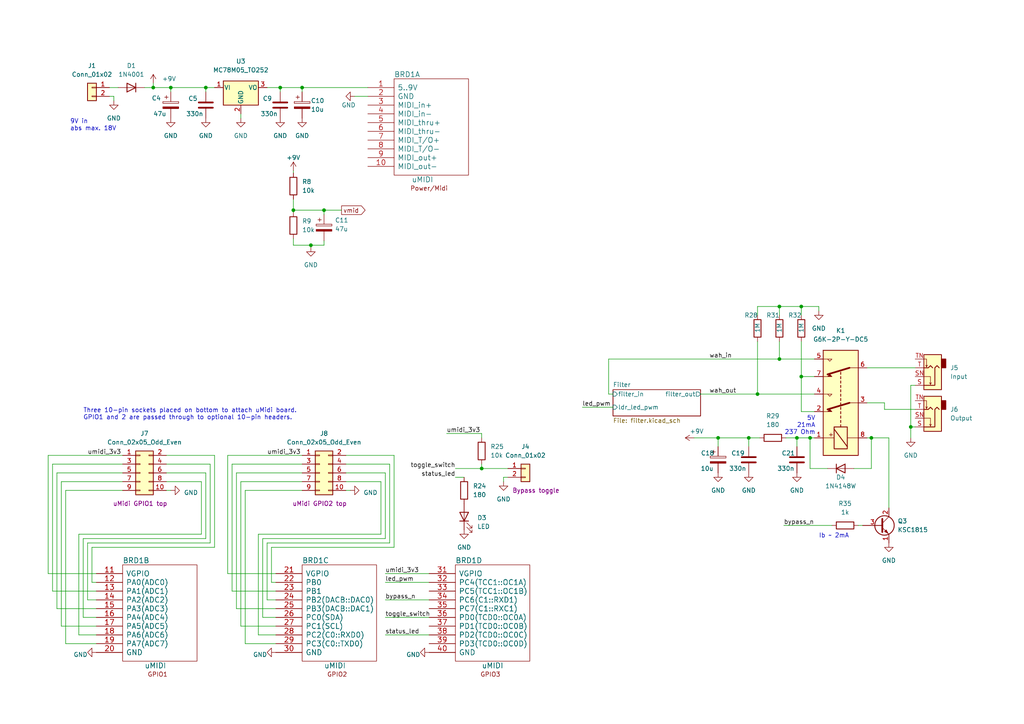
<source format=kicad_sch>
(kicad_sch (version 20230121) (generator eeschema)
  (paper "A4")
  (lib_symbols
    (symbol "Connector:AudioJack2_Switch"
      (property "Reference" "J" (at 0 11.43 0))
      (property "Value" "AudioJack2_Switch" (at 0 8.89 0))
      (symbol "AudioJack2_Switch_0_1"
        (rectangle (start -2.54 0) (end -3.81 -2.54) (stroke (width 0.254)) (fill (type outline)))
        (rectangle (start 2.54 6.35) (end -2.54 -3.81) (stroke (width 0.254)) (fill (type background)))
      )
      (symbol "AudioJack2_Switch_1_1"
        (polyline (pts (xy 0.635 4.826) (xy 0.889 4.318)))
        (polyline (pts (xy 1.778 -0.254) (xy 2.032 -0.762)))
        (polyline (pts (xy 0 0) (xy 0.635 -0.635) (xy 1.27 0) (xy 2.54 0)) (stroke (width 0.254)))
        (polyline (pts (xy 2.54 -2.54) (xy 1.778 -2.54) (xy 1.778 -0.254) (xy 1.524 -0.762)))
        (polyline (pts (xy 2.54 2.54) (xy 0.635 2.54) (xy 0.635 4.826) (xy 0.381 4.318)))
        (polyline (pts (xy 2.54 5.08) (xy -0.635 5.08) (xy -0.635 0) (xy -1.27 -0.635) (xy -1.905 0)) (stroke (width 0.254)))
        (pin passive line (at 5.08 5.08 180) (length 2.54) (name "~") (number "S"))
        (pin passive line (at 5.08 2.54 180) (length 2.54) (name "~") (number "SN"))
        (pin passive line (at 5.08 0 180) (length 2.54) (name "~") (number "T"))
        (pin passive line (at 5.08 -2.54 180) (length 2.54) (name "~") (number "TN"))
      )
    )
    (symbol "Connector_Generic:Conn_01x02" (pin_names (offset 1.016) hide)
      (property "Reference" "J" (at 0 2.54 0))
      (property "Value" "Conn_01x02" (at 0 -5.08 0))
      (symbol "Conn_01x02_1_1"
        (rectangle (start -1.27 -2.413) (end 0 -2.667) (stroke (width 0.1524)))
        (rectangle (start -1.27 0.127) (end 0 -0.127) (stroke (width 0.1524)))
        (rectangle (start -1.27 1.27) (end 1.27 -3.81) (stroke (width 0.254)) (fill (type background)))
        (pin passive line (at -5.08 0 0) (length 3.81) (name "Pin_1") (number "1"))
        (pin passive line (at -5.08 -2.54 0) (length 3.81) (name "Pin_2") (number "2"))
      )
    )
    (symbol "Connector_Generic:Conn_02x05_Odd_Even" (pin_names (offset 1.016) hide)
      (property "Reference" "J" (at 1.27 7.62 0))
      (property "Value" "Conn_02x05_Odd_Even" (at 1.27 -7.62 0))
      (symbol "Conn_02x05_Odd_Even_1_1"
        (rectangle (start -1.27 -4.953) (end 0 -5.207) (stroke (width 0.1524)))
        (rectangle (start -1.27 -2.413) (end 0 -2.667) (stroke (width 0.1524)))
        (rectangle (start -1.27 0.127) (end 0 -0.127) (stroke (width 0.1524)))
        (rectangle (start -1.27 2.667) (end 0 2.413) (stroke (width 0.1524)))
        (rectangle (start -1.27 5.207) (end 0 4.953) (stroke (width 0.1524)))
        (rectangle (start -1.27 6.35) (end 3.81 -6.35) (stroke (width 0.254)) (fill (type background)))
        (rectangle (start 3.81 -4.953) (end 2.54 -5.207) (stroke (width 0.1524)))
        (rectangle (start 3.81 -2.413) (end 2.54 -2.667) (stroke (width 0.1524)))
        (rectangle (start 3.81 0.127) (end 2.54 -0.127) (stroke (width 0.1524)))
        (rectangle (start 3.81 2.667) (end 2.54 2.413) (stroke (width 0.1524)))
        (rectangle (start 3.81 5.207) (end 2.54 4.953) (stroke (width 0.1524)))
        (pin passive line (at -5.08 5.08 0) (length 3.81) (name "Pin_1") (number "1"))
        (pin passive line (at 7.62 -5.08 180) (length 3.81) (name "Pin_10") (number "10"))
        (pin passive line (at 7.62 5.08 180) (length 3.81) (name "Pin_2") (number "2"))
        (pin passive line (at -5.08 2.54 0) (length 3.81) (name "Pin_3") (number "3"))
        (pin passive line (at 7.62 2.54 180) (length 3.81) (name "Pin_4") (number "4"))
        (pin passive line (at -5.08 0 0) (length 3.81) (name "Pin_5") (number "5"))
        (pin passive line (at 7.62 0 180) (length 3.81) (name "Pin_6") (number "6"))
        (pin passive line (at -5.08 -2.54 0) (length 3.81) (name "Pin_7") (number "7"))
        (pin passive line (at 7.62 -2.54 180) (length 3.81) (name "Pin_8") (number "8"))
        (pin passive line (at -5.08 -5.08 0) (length 3.81) (name "Pin_9") (number "9"))
      )
    )
    (symbol "Device:C" (pin_numbers hide) (pin_names (offset 0.254))
      (property "Reference" "C" (at 0.635 2.54 0))
      (property "Value" "C" (at 0.635 -2.54 0))
      (symbol "C_0_1"
        (polyline (pts (xy -2.032 -0.762) (xy 2.032 -0.762)) (stroke (width 0.508)))
        (polyline (pts (xy -2.032 0.762) (xy 2.032 0.762)) (stroke (width 0.508)))
      )
      (symbol "C_1_1"
        (pin passive line (at 0 3.81 270) (length 2.794) (name "~") (number "1"))
        (pin passive line (at 0 -3.81 90) (length 2.794) (name "~") (number "2"))
      )
    )
    (symbol "Device:C_Polarized" (pin_numbers hide) (pin_names (offset 0.254))
      (property "Reference" "C" (at 0.635 2.54 0))
      (property "Value" "C_Polarized" (at 0.635 -2.54 0))
      (symbol "C_Polarized_0_1"
        (rectangle (start -2.286 0.508) (end 2.286 1.016))
        (polyline (pts (xy -1.778 2.286) (xy -0.762 2.286)))
        (polyline (pts (xy -1.27 2.794) (xy -1.27 1.778)))
        (rectangle (start 2.286 -0.508) (end -2.286 -1.016) (fill (type outline)))
      )
      (symbol "C_Polarized_1_1"
        (pin passive line (at 0 3.81 270) (length 2.794) (name "~") (number "1"))
        (pin passive line (at 0 -3.81 90) (length 2.794) (name "~") (number "2"))
      )
    )
    (symbol "Device:LED" (pin_numbers hide) (pin_names (offset 1.016) hide)
      (property "Reference" "D" (at 0 2.54 0))
      (property "Value" "LED" (at 0 -2.54 0))
      (symbol "LED_0_1"
        (polyline (pts (xy -1.27 -1.27) (xy -1.27 1.27)) (stroke (width 0.254)))
        (polyline (pts (xy -1.27 0) (xy 1.27 0)))
        (polyline (pts (xy 1.27 -1.27) (xy 1.27 1.27) (xy -1.27 0) (xy 1.27 -1.27)) (stroke (width 0.254)))
        (polyline (pts (xy -3.048 -0.762) (xy -4.572 -2.286) (xy -3.81 -2.286) (xy -4.572 -2.286) (xy -4.572 -1.524)))
        (polyline (pts (xy -1.778 -0.762) (xy -3.302 -2.286) (xy -2.54 -2.286) (xy -3.302 -2.286) (xy -3.302 -1.524)))
      )
      (symbol "LED_1_1"
        (pin passive line (at -3.81 0 0) (length 2.54) (name "K") (number "1"))
        (pin passive line (at 3.81 0 180) (length 2.54) (name "A") (number "2"))
      )
    )
    (symbol "Device:Q_NPN_ECB" (pin_names (offset 0) hide)
      (property "Reference" "Q" (at 5.08 1.27 0))
      (property "Value" "Q_NPN_ECB" (at 5.08 -1.27 0))
      (symbol "Q_NPN_ECB_0_1"
        (polyline (pts (xy 0.635 0.635) (xy 2.54 2.54)))
        (polyline (pts (xy 0.635 -0.635) (xy 2.54 -2.54) (xy 2.54 -2.54)))
        (polyline (pts (xy 0.635 1.905) (xy 0.635 -1.905) (xy 0.635 -1.905)) (stroke (width 0.508)))
        (polyline (pts (xy 1.27 -1.778) (xy 1.778 -1.27) (xy 2.286 -2.286) (xy 1.27 -1.778) (xy 1.27 -1.778)) (fill (type outline)))
        (circle (center 1.27 0) (radius 2.8194) (stroke (width 0.254)))
      )
      (symbol "Q_NPN_ECB_1_1"
        (pin passive line (at 2.54 -5.08 90) (length 2.54) (name "E") (number "1"))
        (pin passive line (at 2.54 5.08 270) (length 2.54) (name "C") (number "2"))
        (pin passive line (at -5.08 0 0) (length 5.715) (name "B") (number "3"))
      )
    )
    (symbol "Device:R" (pin_numbers hide) (pin_names (offset 0))
      (property "Reference" "R" (at 2.032 0 90))
      (property "Value" "R" (at 0 0 90))
      (symbol "R_0_1"
        (rectangle (start -1.016 -2.54) (end 1.016 2.54) (stroke (width 0.254)))
      )
      (symbol "R_1_1"
        (pin passive line (at 0 3.81 270) (length 1.27) (name "~") (number "1"))
        (pin passive line (at 0 -3.81 90) (length 1.27) (name "~") (number "2"))
      )
    )
    (symbol "Diode:1N4001" (pin_numbers hide) (pin_names hide)
      (property "Reference" "D" (at 0 2.54 0))
      (property "Value" "1N4001" (at 0 -2.54 0))
      (symbol "1N4001_0_1"
        (polyline (pts (xy -1.27 1.27) (xy -1.27 -1.27)) (stroke (width 0.254)))
        (polyline (pts (xy 1.27 0) (xy -1.27 0)))
        (polyline (pts (xy 1.27 1.27) (xy 1.27 -1.27) (xy -1.27 0) (xy 1.27 1.27)) (stroke (width 0.254)))
      )
      (symbol "1N4001_1_1"
        (pin passive line (at -3.81 0 0) (length 2.54) (name "K") (number "1"))
        (pin passive line (at 3.81 0 180) (length 2.54) (name "A") (number "2"))
      )
    )
    (symbol "Diode:1N4148W" (pin_numbers hide) (pin_names hide)
      (property "Reference" "D" (at 0 2.54 0))
      (property "Value" "1N4148W" (at 0 -2.54 0))
      (symbol "1N4148W_0_1"
        (polyline (pts (xy -1.27 1.27) (xy -1.27 -1.27)) (stroke (width 0.254)))
        (polyline (pts (xy 1.27 0) (xy -1.27 0)))
        (polyline (pts (xy 1.27 1.27) (xy 1.27 -1.27) (xy -1.27 0) (xy 1.27 1.27)) (stroke (width 0.254)))
      )
      (symbol "1N4148W_1_1"
        (pin passive line (at -3.81 0 0) (length 2.54) (name "K") (number "1"))
        (pin passive line (at 3.81 0 180) (length 2.54) (name "A") (number "2"))
      )
    )
    (symbol "Regulator_Linear:MC78M05_TO252" (pin_names (offset 0.254))
      (property "Reference" "U" (at -3.81 3.175 0))
      (property "Value" "MC78M05_TO252" (at 0 3.175 0))
      (symbol "MC78M05_TO252_0_1"
        (rectangle (start -5.08 1.905) (end 5.08 -5.08) (stroke (width 0.254)) (fill (type background)))
      )
      (symbol "MC78M05_TO252_1_1"
        (pin power_in line (at -7.62 0 0) (length 2.54) (name "VI") (number "1"))
        (pin power_in line (at 0 -7.62 90) (length 2.54) (name "GND") (number "2"))
        (pin power_out line (at 7.62 0 180) (length 2.54) (name "VO") (number "3"))
      )
    )
    (symbol "Relay:G6K-2"
      (property "Reference" "K" (at 16.51 3.81 0))
      (property "Value" "G6K-2" (at 16.51 1.27 0))
      (symbol "G6K-2_0_0"
        (text "+" (at -9.271 2.921 0) (effects (font (size 1.27 1.27))))
      )
      (symbol "G6K-2_0_1"
        (rectangle (start -15.24 5.08) (end 15.24 -5.08) (stroke (width 0.254)) (fill (type background)))
        (rectangle (start -13.335 1.905) (end -6.985 -1.905) (stroke (width 0.254)))
        (polyline (pts (xy -12.7 -1.905) (xy -7.62 1.905)) (stroke (width 0.254)))
        (polyline (pts (xy -10.16 -5.08) (xy -10.16 -1.905)))
        (polyline (pts (xy -10.16 5.08) (xy -10.16 1.905)))
        (polyline (pts (xy -6.985 0) (xy -6.35 0)) (stroke (width 0.254)))
        (polyline (pts (xy -5.715 0) (xy -5.08 0)) (stroke (width 0.254)))
        (polyline (pts (xy -4.445 0) (xy -3.81 0)) (stroke (width 0.254)))
        (polyline (pts (xy -3.175 0) (xy -2.54 0)) (stroke (width 0.254)))
        (polyline (pts (xy -1.905 0) (xy -1.27 0)) (stroke (width 0.254)))
        (polyline (pts (xy -0.635 0) (xy 0 0)) (stroke (width 0.254)))
        (polyline (pts (xy 0 -2.54) (xy -1.905 3.81)) (stroke (width 0.508)))
        (polyline (pts (xy 0 -2.54) (xy 0 -5.08)))
        (polyline (pts (xy 0.635 0) (xy 1.27 0)) (stroke (width 0.254)))
        (polyline (pts (xy 1.905 0) (xy 2.54 0)) (stroke (width 0.254)))
        (polyline (pts (xy 3.175 0) (xy 3.81 0)) (stroke (width 0.254)))
        (polyline (pts (xy 4.445 0) (xy 5.08 0)) (stroke (width 0.254)))
        (polyline (pts (xy 5.715 0) (xy 6.35 0)) (stroke (width 0.254)))
        (polyline (pts (xy 6.985 0) (xy 7.62 0)) (stroke (width 0.254)))
        (polyline (pts (xy 8.255 0) (xy 8.89 0)) (stroke (width 0.254)))
        (polyline (pts (xy 10.16 -2.54) (xy 8.255 3.81)) (stroke (width 0.508)))
        (polyline (pts (xy 10.16 -2.54) (xy 10.16 -5.08)))
        (polyline (pts (xy -2.54 5.08) (xy -2.54 2.54) (xy -1.905 3.175) (xy -2.54 3.81)) (fill (type outline)))
        (polyline (pts (xy 2.54 5.08) (xy 2.54 2.54) (xy 1.905 3.175) (xy 2.54 3.81)))
        (polyline (pts (xy 7.62 5.08) (xy 7.62 2.54) (xy 8.255 3.175) (xy 7.62 3.81)) (fill (type outline)))
        (polyline (pts (xy 12.7 5.08) (xy 12.7 2.54) (xy 12.065 3.175) (xy 12.7 3.81)))
      )
      (symbol "G6K-2_1_1"
        (pin passive line (at -10.16 7.62 270) (length 2.54) (name "~") (number "1"))
        (pin passive line (at -2.54 7.62 270) (length 2.54) (name "~") (number "2"))
        (pin passive line (at 0 -7.62 90) (length 2.54) (name "~") (number "3"))
        (pin passive line (at 2.54 7.62 270) (length 2.54) (name "~") (number "4"))
        (pin passive line (at 12.7 7.62 270) (length 2.54) (name "~") (number "5"))
        (pin passive line (at 10.16 -7.62 90) (length 2.54) (name "~") (number "6"))
        (pin passive line (at 7.62 7.62 270) (length 2.54) (name "~") (number "7"))
        (pin passive line (at -10.16 -7.62 90) (length 2.54) (name "~") (number "8"))
      )
    )
    (symbol "power:+9V" (power) (pin_names (offset 0))
      (property "Value" "+9V" (at 0 3.556 0))
      (symbol "+9V_0_1"
        (polyline (pts (xy -0.762 1.27) (xy 0 2.54)))
        (polyline (pts (xy 0 0) (xy 0 2.54)))
        (polyline (pts (xy 0 2.54) (xy 0.762 1.27)))
      )
      (symbol "+9V_1_1"
        (pin power_in line (at 0 0 90) (length 0) hide (name "+9V") (number "1"))
      )
    )
    (symbol "power:GND" (power) (pin_names (offset 0))
      (property "Value" "GND" (at 0 -3.81 0))
      (symbol "GND_0_1"
        (polyline (pts (xy 0 0) (xy 0 -1.27) (xy 1.27 -1.27) (xy 0 -2.54) (xy -1.27 -1.27) (xy 0 -1.27)))
      )
      (symbol "GND_1_1"
        (pin power_in line (at 0 0 270) (length 0) hide (name "GND") (number "1"))
      )
    )
    (symbol "umidi-wah:uMIDI" (pin_names (offset 1.016))
      (property "Reference" "BRD" (at 0 -15.24 0))
      (property "Value" "uMIDI" (at 0 15.24 0))
      (symbol "uMIDI_0_1"
        (rectangle (start -10.16 13.97) (end 11.43 -13.97))
      )
      (symbol "uMIDI_1_1"
        (text "Power/Midi" (at 0 -17.78 0) (effects (font (size 1.27 1.27))))
        (pin power_in line (at -17.78 11.43 0) (length 7.62) (name "5..9V") (number "1"))
        (pin input line (at -17.78 -11.43 0) (length 7.62) (name "MIDI_out-") (number "10"))
        (pin power_in line (at -17.78 8.89 0) (length 7.62) (name "GND") (number "2"))
        (pin input line (at -17.78 6.35 0) (length 7.62) (name "MIDI_in+") (number "3"))
        (pin output line (at -17.78 3.81 0) (length 7.62) (name "MIDI_in-") (number "4"))
        (pin output line (at -17.78 1.27 0) (length 7.62) (name "MIDI_thru+") (number "5"))
        (pin input line (at -17.78 -1.27 0) (length 7.62) (name "MIDI_thru-") (number "6"))
        (pin output line (at -17.78 -3.81 0) (length 7.62) (name "MIDI_T/O+") (number "7"))
        (pin input line (at -17.78 -6.35 0) (length 7.62) (name "MIDI_T/O-") (number "8"))
        (pin output line (at -17.78 -8.89 0) (length 7.62) (name "MIDI_out+") (number "9"))
      )
      (symbol "uMIDI_2_1"
        (text "GPIO1" (at 0 -17.78 0) (effects (font (size 1.27 1.27))))
        (pin power_out line (at -17.78 11.43 0) (length 7.62) (name "VGPIO") (number "11"))
        (pin bidirectional line (at -17.78 8.89 0) (length 7.62) (name "PA0(ADC0)") (number "12"))
        (pin bidirectional line (at -17.78 6.35 0) (length 7.62) (name "PA1(ADC1)") (number "13"))
        (pin bidirectional line (at -17.78 3.81 0) (length 7.62) (name "PA2(ADC2)") (number "14"))
        (pin bidirectional line (at -17.78 1.27 0) (length 7.62) (name "PA3(ADC3)") (number "15"))
        (pin bidirectional line (at -17.78 -1.27 0) (length 7.62) (name "PA4(ADC4)") (number "16"))
        (pin bidirectional line (at -17.78 -3.81 0) (length 7.62) (name "PA5(ADC5)") (number "17"))
        (pin bidirectional line (at -17.78 -6.35 0) (length 7.62) (name "PA6(ADC6)") (number "18"))
        (pin bidirectional line (at -17.78 -8.89 0) (length 7.62) (name "PA7(ADC7)") (number "19"))
        (pin power_out line (at -17.78 -11.43 0) (length 7.62) (name "GND") (number "20"))
      )
      (symbol "uMIDI_3_1"
        (text "GPIO2" (at 0 -17.78 0) (effects (font (size 1.27 1.27))))
        (pin power_out line (at -17.78 11.43 0) (length 7.62) (name "VGPIO") (number "21"))
        (pin bidirectional line (at -17.78 8.89 0) (length 7.62) (name "PB0") (number "22"))
        (pin bidirectional line (at -17.78 6.35 0) (length 7.62) (name "PB1") (number "23"))
        (pin bidirectional line (at -17.78 3.81 0) (length 7.62) (name "PB2(DACB::DAC0)") (number "24"))
        (pin bidirectional line (at -17.78 1.27 0) (length 7.62) (name "PB3(DACB::DAC1)") (number "25"))
        (pin bidirectional line (at -17.78 -1.27 0) (length 7.62) (name "PC0(SDA)") (number "26"))
        (pin bidirectional line (at -17.78 -3.81 0) (length 7.62) (name "PC1(SCL)") (number "27"))
        (pin bidirectional line (at -17.78 -6.35 0) (length 7.62) (name "PC2(C0::RXD0)") (number "28"))
        (pin bidirectional line (at -17.78 -8.89 0) (length 7.62) (name "PC3(C0::TXD0)") (number "29"))
        (pin power_out line (at -17.78 -11.43 0) (length 7.62) (name "GND") (number "30"))
      )
      (symbol "uMIDI_4_1"
        (text "GPIO3" (at 0 -17.78 0) (effects (font (size 1.27 1.27))))
        (pin power_out line (at -17.78 11.43 0) (length 7.62) (name "VGPIO") (number "31"))
        (pin bidirectional line (at -17.78 8.89 0) (length 7.62) (name "PC4(TCC1::OC1A)") (number "32"))
        (pin bidirectional line (at -17.78 6.35 0) (length 7.62) (name "PC5(TCC1::OC1B)") (number "33"))
        (pin bidirectional line (at -17.78 3.81 0) (length 7.62) (name "PC6(C1::RXD1)") (number "34"))
        (pin bidirectional line (at -17.78 1.27 0) (length 7.62) (name "PC7(C1::RXC1)") (number "35"))
        (pin bidirectional line (at -17.78 -1.27 0) (length 7.62) (name "PD0(TCD0::OC0A)") (number "36"))
        (pin bidirectional line (at -17.78 -3.81 0) (length 7.62) (name "PD1(TCD0::OC0B)") (number "37"))
        (pin bidirectional line (at -17.78 -6.35 0) (length 7.62) (name "PD2(TCD0::OC0C)") (number "38"))
        (pin bidirectional line (at -17.78 -8.89 0) (length 7.62) (name "PD3(TCD0::OC0D)") (number "39"))
        (pin power_out line (at -17.78 -11.43 0) (length 7.62) (name "GND") (number "40"))
      )
    )
  )
  (junction (at 87.63 25.4))
  (junction (at 217.17 127))
  (junction (at 226.06 104.14))
  (junction (at 90.17 71.12))
  (junction (at 81.28 25.4))
  (junction (at 49.53 25.4))
  (junction (at 44.45 25.4))
  (junction (at 85.09 60.96))
  (junction (at 139.7 135.89))
  (junction (at 93.98 60.96))
  (junction (at 252.73 127))
  (junction (at 231.14 127))
  (junction (at 264.16 123.825))
  (junction (at 226.06 88.9))
  (junction (at 232.41 88.9))
  (junction (at 232.41 109.22))
  (junction (at 208.28 127))
  (junction (at 219.71 114.3))
  (junction (at 59.69 25.4))
  (junction (at 234.95 127))
  (wire (pts (xy 111.76 184.15) (xy 124.46 184.15)))
  (wire (pts (xy 93.98 62.23) (xy 93.98 60.96)))
  (wire (pts (xy 69.85 33.02) (xy 69.85 34.29)))
  (wire (pts (xy 146.05 138.43) (xy 147.32 138.43)))
  (wire (pts (xy 22.86 154.94) (xy 58.42 154.94)))
  (wire (pts (xy 48.26 134.62) (xy 60.96 134.62)))
  (wire (pts (xy 252.73 127) (xy 251.46 127)))
  (wire (pts (xy 232.41 119.38) (xy 232.41 109.22)))
  (wire (pts (xy 87.63 134.62) (xy 67.31 134.62)))
  (wire (pts (xy 26.67 168.91) (xy 27.94 168.91)))
  (wire (pts (xy 101.6 142.24) (xy 100.33 142.24)))
  (wire (pts (xy 16.51 176.53) (xy 27.94 176.53)))
  (wire (pts (xy 219.71 91.44) (xy 219.71 88.9)))
  (wire (pts (xy 49.53 142.24) (xy 48.26 142.24)))
  (wire (pts (xy 265.43 118.745) (xy 256.54 118.745)))
  (wire (pts (xy 227.965 127) (xy 231.14 127)))
  (wire (pts (xy 49.53 25.4) (xy 49.53 26.67)))
  (wire (pts (xy 111.76 179.07) (xy 124.46 179.07)))
  (wire (pts (xy 111.76 137.16) (xy 111.76 156.21)))
  (wire (pts (xy 67.31 134.62) (xy 67.31 171.45)))
  (wire (pts (xy 66.04 132.08) (xy 87.63 132.08)))
  (wire (pts (xy 81.28 25.4) (xy 81.28 26.67)))
  (wire (pts (xy 111.76 156.21) (xy 76.2 156.21)))
  (wire (pts (xy 139.7 125.73) (xy 139.7 127)))
  (wire (pts (xy 26.67 158.75) (xy 26.67 168.91)))
  (wire (pts (xy 234.95 127) (xy 236.22 127)))
  (wire (pts (xy 22.86 184.15) (xy 22.86 154.94)))
  (wire (pts (xy 231.14 127) (xy 231.14 129.54)))
  (wire (pts (xy 85.09 69.215) (xy 85.09 71.12)))
  (wire (pts (xy 114.3 158.75) (xy 78.74 158.75)))
  (wire (pts (xy 19.05 186.69) (xy 27.94 186.69)))
  (wire (pts (xy 234.95 135.89) (xy 234.95 127)))
  (wire (pts (xy 87.63 142.24) (xy 71.12 142.24)))
  (wire (pts (xy 49.53 25.4) (xy 59.69 25.4)))
  (wire (pts (xy 252.73 127) (xy 252.73 135.89)))
  (wire (pts (xy 68.58 176.53) (xy 80.01 176.53)))
  (wire (pts (xy 77.47 157.48) (xy 77.47 173.99)))
  (wire (pts (xy 110.49 154.94) (xy 110.49 139.7)))
  (wire (pts (xy 100.33 137.16) (xy 111.76 137.16)))
  (wire (pts (xy 256.54 118.745) (xy 256.54 116.84)))
  (wire (pts (xy 231.14 127) (xy 234.95 127)))
  (wire (pts (xy 168.91 118.11) (xy 177.8 118.11)))
  (wire (pts (xy 110.49 139.7) (xy 100.33 139.7)))
  (wire (pts (xy 139.7 135.89) (xy 147.32 135.89)))
  (wire (pts (xy 87.63 137.16) (xy 68.58 137.16)))
  (wire (pts (xy 81.28 25.4) (xy 87.63 25.4)))
  (wire (pts (xy 129.54 125.73) (xy 139.7 125.73)))
  (wire (pts (xy 201.295 127) (xy 208.28 127)))
  (wire (pts (xy 203.2 114.3) (xy 219.71 114.3)))
  (wire (pts (xy 85.09 60.96) (xy 85.09 61.595)))
  (wire (pts (xy 85.09 57.785) (xy 85.09 60.96)))
  (wire (pts (xy 227.33 152.4) (xy 241.3 152.4)))
  (wire (pts (xy 208.28 127) (xy 208.28 129.54)))
  (wire (pts (xy 17.78 181.61) (xy 27.94 181.61)))
  (wire (pts (xy 176.53 114.3) (xy 177.8 114.3)))
  (wire (pts (xy 100.33 132.08) (xy 114.3 132.08)))
  (wire (pts (xy 74.93 154.94) (xy 110.49 154.94)))
  (wire (pts (xy 85.09 60.96) (xy 93.98 60.96)))
  (wire (pts (xy 16.51 137.16) (xy 16.51 176.53)))
  (wire (pts (xy 33.02 27.94) (xy 33.02 29.21)))
  (wire (pts (xy 139.7 134.62) (xy 139.7 135.89)))
  (wire (pts (xy 257.81 147.32) (xy 257.81 127)))
  (wire (pts (xy 59.69 25.4) (xy 59.69 26.67)))
  (wire (pts (xy 35.56 139.7) (xy 17.78 139.7)))
  (wire (pts (xy 237.49 88.9) (xy 237.49 90.17)))
  (wire (pts (xy 100.33 134.62) (xy 113.03 134.62)))
  (wire (pts (xy 48.26 137.16) (xy 59.69 137.16)))
  (wire (pts (xy 85.09 71.12) (xy 90.17 71.12)))
  (wire (pts (xy 24.13 156.21) (xy 24.13 179.07)))
  (wire (pts (xy 176.53 104.14) (xy 226.06 104.14)))
  (wire (pts (xy 248.92 152.4) (xy 250.19 152.4)))
  (wire (pts (xy 69.85 181.61) (xy 80.01 181.61)))
  (wire (pts (xy 132.08 138.43) (xy 134.62 138.43)))
  (wire (pts (xy 176.53 104.14) (xy 176.53 114.3)))
  (wire (pts (xy 264.16 111.76) (xy 264.16 123.825)))
  (wire (pts (xy 113.03 157.48) (xy 77.47 157.48)))
  (wire (pts (xy 35.56 137.16) (xy 16.51 137.16)))
  (wire (pts (xy 27.94 184.15) (xy 22.86 184.15)))
  (wire (pts (xy 247.65 135.89) (xy 252.73 135.89)))
  (wire (pts (xy 15.24 134.62) (xy 15.24 171.45)))
  (wire (pts (xy 58.42 139.7) (xy 48.26 139.7)))
  (wire (pts (xy 232.41 88.9) (xy 232.41 91.44)))
  (wire (pts (xy 208.28 127) (xy 217.17 127)))
  (wire (pts (xy 41.91 25.4) (xy 44.45 25.4)))
  (wire (pts (xy 59.69 137.16) (xy 59.69 156.21)))
  (wire (pts (xy 240.03 135.89) (xy 234.95 135.89)))
  (wire (pts (xy 87.63 25.4) (xy 106.68 25.4)))
  (wire (pts (xy 59.69 156.21) (xy 24.13 156.21)))
  (wire (pts (xy 226.06 99.06) (xy 226.06 104.14)))
  (wire (pts (xy 264.16 123.825) (xy 265.43 123.825)))
  (wire (pts (xy 226.06 104.14) (xy 236.22 104.14)))
  (wire (pts (xy 217.17 127) (xy 220.345 127)))
  (wire (pts (xy 60.96 134.62) (xy 60.96 157.48)))
  (wire (pts (xy 74.93 184.15) (xy 74.93 154.94)))
  (wire (pts (xy 132.08 135.89) (xy 139.7 135.89)))
  (wire (pts (xy 66.04 132.08) (xy 66.04 166.37)))
  (wire (pts (xy 69.85 139.7) (xy 69.85 181.61)))
  (wire (pts (xy 60.96 157.48) (xy 25.4 157.48)))
  (wire (pts (xy 68.58 137.16) (xy 68.58 176.53)))
  (wire (pts (xy 87.63 139.7) (xy 69.85 139.7)))
  (wire (pts (xy 19.05 142.24) (xy 19.05 186.69)))
  (wire (pts (xy 78.74 158.75) (xy 78.74 168.91)))
  (wire (pts (xy 44.45 25.4) (xy 49.53 25.4)))
  (wire (pts (xy 25.4 157.48) (xy 25.4 173.99)))
  (wire (pts (xy 13.97 132.08) (xy 35.56 132.08)))
  (wire (pts (xy 25.4 173.99) (xy 27.94 173.99)))
  (wire (pts (xy 265.43 111.76) (xy 264.16 111.76)))
  (wire (pts (xy 78.74 168.91) (xy 80.01 168.91)))
  (wire (pts (xy 24.13 179.07) (xy 27.94 179.07)))
  (wire (pts (xy 232.41 109.22) (xy 236.22 109.22)))
  (wire (pts (xy 114.3 132.08) (xy 114.3 158.75)))
  (wire (pts (xy 71.12 142.24) (xy 71.12 186.69)))
  (wire (pts (xy 13.97 132.08) (xy 13.97 166.37)))
  (wire (pts (xy 17.78 139.7) (xy 17.78 181.61)))
  (wire (pts (xy 219.71 99.06) (xy 219.71 114.3)))
  (wire (pts (xy 232.41 88.9) (xy 237.49 88.9)))
  (wire (pts (xy 66.04 166.37) (xy 80.01 166.37)))
  (wire (pts (xy 93.98 71.12) (xy 93.98 69.85)))
  (wire (pts (xy 31.75 27.94) (xy 33.02 27.94)))
  (wire (pts (xy 257.81 127) (xy 252.73 127)))
  (wire (pts (xy 77.47 173.99) (xy 80.01 173.99)))
  (wire (pts (xy 58.42 154.94) (xy 58.42 139.7)))
  (wire (pts (xy 77.47 25.4) (xy 81.28 25.4)))
  (wire (pts (xy 226.06 88.9) (xy 226.06 91.44)))
  (wire (pts (xy 264.16 123.825) (xy 264.16 127)))
  (wire (pts (xy 111.76 166.37) (xy 124.46 166.37)))
  (wire (pts (xy 232.41 109.22) (xy 232.41 99.06)))
  (wire (pts (xy 219.71 114.3) (xy 236.22 114.3)))
  (wire (pts (xy 15.24 171.45) (xy 27.94 171.45)))
  (wire (pts (xy 76.2 156.21) (xy 76.2 179.07)))
  (wire (pts (xy 217.17 129.54) (xy 217.17 127)))
  (wire (pts (xy 67.31 171.45) (xy 80.01 171.45)))
  (wire (pts (xy 111.76 168.91) (xy 124.46 168.91)))
  (wire (pts (xy 62.23 158.75) (xy 26.67 158.75)))
  (wire (pts (xy 35.56 134.62) (xy 15.24 134.62)))
  (wire (pts (xy 90.17 71.12) (xy 90.17 71.755)))
  (wire (pts (xy 251.46 106.68) (xy 265.43 106.68)))
  (wire (pts (xy 87.63 25.4) (xy 87.63 26.67)))
  (wire (pts (xy 102.87 27.94) (xy 106.68 27.94)))
  (wire (pts (xy 34.29 25.4) (xy 31.75 25.4)))
  (wire (pts (xy 226.06 88.9) (xy 232.41 88.9)))
  (wire (pts (xy 90.17 71.12) (xy 93.98 71.12)))
  (wire (pts (xy 80.01 184.15) (xy 74.93 184.15)))
  (wire (pts (xy 35.56 142.24) (xy 19.05 142.24)))
  (wire (pts (xy 71.12 186.69) (xy 80.01 186.69)))
  (wire (pts (xy 251.46 116.84) (xy 256.54 116.84)))
  (wire (pts (xy 76.2 179.07) (xy 80.01 179.07)))
  (wire (pts (xy 146.05 139.7) (xy 146.05 138.43)))
  (wire (pts (xy 59.69 25.4) (xy 62.23 25.4)))
  (wire (pts (xy 62.23 132.08) (xy 62.23 158.75)))
  (wire (pts (xy 219.71 88.9) (xy 226.06 88.9)))
  (wire (pts (xy 93.98 60.96) (xy 99.06 60.96)))
  (wire (pts (xy 232.41 119.38) (xy 236.22 119.38)))
  (wire (pts (xy 48.26 132.08) (xy 62.23 132.08)))
  (wire (pts (xy 85.09 49.53) (xy 85.09 50.165)))
  (wire (pts (xy 13.97 166.37) (xy 27.94 166.37)))
  (wire (pts (xy 111.76 173.99) (xy 124.46 173.99)))
  (wire (pts (xy 44.45 24.13) (xy 44.45 25.4)))
  (wire (pts (xy 113.03 134.62) (xy 113.03 157.48)))
  (text "9V in\nabs max. 18V" (at 20.32 38.1 0) (effects (font (size 1.27 1.27)) (justify left bottom)))
  (text "Ib ~ 2mA" (at 237.49 156.21 0) (effects (font (size 1.27 1.27)) (justify left bottom)))
  (text "Three 10-pin sockets placed on bottom to attach uMidi board.\nGPIO1 and 2 are passed through to optional 10-pin headers.\n" (at 24.13 121.92 0) (effects (font (size 1.27 1.27)) (justify left bottom)))
  (text "5V\n21mA\n237 Ohm" (at 236.5174 126.2127 0) (effects (font (size 1.27 1.27)) (justify right bottom)))
  (label "toggle_switch" (at 132.08 135.89 180))
  (label "umidi_3v3" (at 111.76 166.37 0))
  (label "status_led" (at 132.08 138.43 180))
  (label "umidi_3v3" (at 77.47 132.08 0))
  (label "umidi_3v3" (at 25.4 132.08 0))
  (label "wah_out" (at 205.74 114.3 0))
  (label "led_pwm" (at 111.76 168.91 0))
  (label "wah_in" (at 205.74 104.14 0))
  (label "bypass_n" (at 111.76 173.99 0))
  (label "status_led" (at 111.76 184.15 0))
  (label "bypass_n" (at 227.33 152.4 0))
  (label "toggle_switch" (at 111.76 179.07 0))
  (label "umidi_3v3" (at 129.54 125.73 0))
  (label "led_pwm" (at 168.91 118.11 0))
  (global_label "vmid" (shape output) (at 99.06 60.96 0) (property "Intersheetrefs" "${INTERSHEET_REFS}" (effects hide)))
  (symbol (lib_id "Device:R") (at 232.41 95.25 0) (unit 1)
    (property "Reference" "R32" (at 228.6 91.44 0) (effects (justify left)))
    (property "Value" "1M" (at 232.41 96.52 90) (effects (justify left)))
    (property "Footprint" "Resistor_SMD:R_0805_2012Metric_Pad1.20x1.40mm_HandSolder" (effects hide))
  )
  (symbol (lib_id "power:+9V") (at 44.45 24.13 0) (unit 1)
    (property "Reference" "#PWR0114" (effects hide))
    (property "Value" "+9V" (at 46.99 22.8599 0) (effects (justify left)))
  )
  (symbol (lib_id "Device:C") (at 81.28 30.48 0) (unit 1)
    (property "Reference" "C9" (at 76.2 28.575 0) (effects (justify left)))
    (property "Value" "330n" (at 75.565 33.02 0) (effects (justify left)))
    (property "Footprint" "Capacitor_SMD:C_0805_2012Metric_Pad1.18x1.45mm_HandSolder" (effects hide))
  )
  (symbol (lib_id "power:GND") (at 69.85 34.29 0) (unit 1)
    (property "Reference" "#PWR0133" (effects hide))
    (property "Value" "GND" (at 69.85 39.37 0))
  )
  (symbol (lib_id "Connector_Generic:Conn_02x05_Odd_Even") (at 40.64 137.16 0) (unit 1)
    (property "Reference" "J7" (at 41.91 125.73 0))
    (property "Value" "Conn_02x05_Odd_Even" (at 41.91 128.27 0))
    (property "Footprint" "Connector_PinHeader_2.54mm:PinHeader_2x05_P2.54mm_Vertical" (effects hide))
    (property "Function" "uMidi GPIO1 top" (at 40.64 146.05 0))
  )
  (symbol (lib_id "power:GND") (at 81.28 34.29 0) (unit 1)
    (property "Reference" "#PWR0131" (effects hide))
    (property "Value" "GND" (at 81.28 39.37 0))
  )
  (symbol (lib_id "power:GND") (at 257.81 157.48 0) (unit 1)
    (property "Reference" "#PWR0107" (effects hide))
    (property "Value" "GND" (at 257.81 162.56 0))
  )
  (symbol (lib_id "Device:C") (at 59.69 30.48 0) (unit 1)
    (property "Reference" "C5" (at 54.61 28.575 0) (effects (justify left)))
    (property "Value" "330n" (at 53.975 33.02 0) (effects (justify left)))
    (property "Footprint" "Capacitor_SMD:C_0805_2012Metric_Pad1.18x1.45mm_HandSolder" (effects hide))
  )
  (symbol (lib_id "Connector_Generic:Conn_01x02") (at 152.4 135.89 0) (unit 1)
    (property "Reference" "J4" (at 152.4 129.54 0))
    (property "Value" "Conn_01x02" (at 152.4 132.08 0))
    (property "Footprint" "Connector_Wire:SolderWire-1sqmm_1x02_P5.4mm_D1.4mm_OD2.7mm" (effects hide))
    (property "Function" "Bypass toggle" (at 155.448 142.24 0))
  )
  (symbol (lib_id "Diode:1N4001") (at 38.1 25.4 180) (unit 1)
    (property "Reference" "D1" (at 38.1 19.05 0))
    (property "Value" "1N4001" (at 38.1 21.59 0))
    (property "Footprint" "Diode_THT:D_DO-41_SOD81_P10.16mm_Horizontal" (effects hide))
    (property "Datasheet" "http://www.vishay.com/docs/88503/1n4001.pdf" (effects hide))
    (property "Sim.Device" "D" (effects hide))
    (property "Sim.Pins" "1=K 2=A" (effects hide))
  )
  (symbol (lib_id "Device:R") (at 85.09 65.405 180) (unit 1)
    (property "Reference" "R9" (at 87.63 64.1349 0) (effects (justify right)))
    (property "Value" "10k" (at 87.63 66.6749 0) (effects (justify right)))
    (property "Footprint" "Resistor_SMD:R_0805_2012Metric_Pad1.20x1.40mm_HandSolder" (effects hide))
  )
  (symbol (lib_id "Device:C") (at 231.14 133.35 0) (unit 1)
    (property "Reference" "C21" (at 226.695 131.445 0) (effects (justify left)))
    (property "Value" "330n" (at 225.425 135.89 0) (effects (justify left)))
    (property "Footprint" "Capacitor_SMD:C_0805_2012Metric_Pad1.18x1.45mm_HandSolder" (effects hide))
  )
  (symbol (lib_id "Device:R") (at 134.62 142.24 180) (unit 1)
    (property "Reference" "R24" (at 137.16 140.9699 0) (effects (justify right)))
    (property "Value" "180" (at 137.16 143.5099 0) (effects (justify right)))
    (property "Footprint" "Resistor_SMD:R_0805_2012Metric_Pad1.20x1.40mm_HandSolder" (effects hide))
  )
  (symbol (lib_id "Device:R") (at 245.11 152.4 270) (unit 1)
    (property "Reference" "R35" (at 245.11 146.05 90))
    (property "Value" "1k" (at 245.11 148.59 90))
    (property "Footprint" "Resistor_SMD:R_0805_2012Metric_Pad1.20x1.40mm_HandSolder" (effects hide))
  )
  (symbol (lib_id "power:+9V") (at 85.09 49.53 0) (unit 1)
    (property "Reference" "#PWR0135" (effects hide))
    (property "Value" "+9V" (at 85.09 45.72 0))
  )
  (symbol (lib_id "power:GND") (at 146.05 139.7 0) (unit 1)
    (property "Reference" "#PWR0121" (effects hide))
    (property "Value" "GND" (at 146.05 144.78 0))
  )
  (symbol (lib_id "Device:R") (at 139.7 130.81 180) (unit 1)
    (property "Reference" "R25" (at 142.24 129.5399 0) (effects (justify right)))
    (property "Value" "10k" (at 142.24 132.0799 0) (effects (justify right)))
    (property "Footprint" "Resistor_SMD:R_0805_2012Metric_Pad1.20x1.40mm_HandSolder" (effects hide))
  )
  (symbol (lib_id "power:GND") (at 87.63 34.29 0) (unit 1)
    (property "Reference" "#PWR0132" (effects hide))
    (property "Value" "GND" (at 87.63 39.37 0))
  )
  (symbol (lib_id "power:GND") (at 59.69 34.29 0) (unit 1)
    (property "Reference" "#PWR0134" (effects hide))
    (property "Value" "GND" (at 59.69 39.37 0))
  )
  (symbol (lib_id "power:GND") (at 264.16 127 0) (mirror y) (unit 1)
    (property "Reference" "#PWR0108" (effects hide))
    (property "Value" "GND" (at 264.16 132.08 0))
  )
  (symbol (lib_id "power:GND") (at 80.01 189.23 270) (unit 1)
    (property "Reference" "#PWR020" (effects hide))
    (property "Value" "GND" (at 77.47 189.865 90) (effects (justify right)))
  )
  (symbol (lib_id "power:+9V") (at 201.295 127 90) (unit 1)
    (property "Reference" "#PWR0105" (effects hide))
    (property "Value" "+9V" (at 200.025 125.095 90) (effects (justify right)))
  )
  (symbol (lib_id "power:GND") (at 101.6 142.24 90) (unit 1)
    (property "Reference" "#PWR022" (effects hide))
    (property "Value" "GND" (at 105.41 142.875 90) (effects (justify right)))
  )
  (symbol (lib_id "power:GND") (at 49.53 142.24 90) (unit 1)
    (property "Reference" "#PWR01" (effects hide))
    (property "Value" "GND" (at 53.34 142.875 90) (effects (justify right)))
  )
  (symbol (lib_id "Regulator_Linear:MC78M05_TO252") (at 69.85 25.4 0) (unit 1)
    (property "Reference" "U3" (at 69.85 17.78 0))
    (property "Value" "MC78M05_TO252" (at 69.85 20.32 0))
    (property "Footprint" "Package_TO_SOT_SMD:TO-252-2" (effects hide))
    (property "Datasheet" "https://www.onsemi.com/pub/Collateral/MC78M00-D.PDF" (effects hide))
  )
  (symbol (lib_id "power:GND") (at 49.53 34.29 0) (unit 1)
    (property "Reference" "#PWR0123" (effects hide))
    (property "Value" "GND" (at 49.53 39.37 0))
  )
  (symbol (lib_id "power:GND") (at 102.87 27.94 270) (mirror x) (unit 1)
    (property "Reference" "#PWR0136" (effects hide))
    (property "Value" "GND" (at 99.06 30.48 90) (effects (justify left)))
  )
  (symbol (lib_id "Connector:AudioJack2_Switch") (at 270.51 118.745 180) (unit 1)
    (property "Reference" "J6" (at 275.59 118.7449 0) (effects (justify right)))
    (property "Value" "Output" (at 275.59 121.2849 0) (effects (justify right)))
    (property "Footprint" "Connector_Audio:Jack_6.35mm_Neutrik_NMJ4HCD2_Horizontal" (effects hide))
  )
  (symbol (lib_id "power:GND") (at 124.46 189.23 270) (unit 1)
    (property "Reference" "#PWR02" (effects hide))
    (property "Value" "GND" (at 121.92 189.865 90) (effects (justify right)))
  )
  (symbol (lib_id "umidi-wah:uMIDI") (at 97.79 177.8 0) (unit 3)
    (property "Reference" "BRD1" (at 87.63 162.56 0) (effects (font (size 1.524 1.524)) (justify left)))
    (property "Value" "uMIDI" (at 93.98 193.04 0) (effects (font (size 1.524 1.524)) (justify left)))
    (property "Footprint" "uMidi-wah:uMIDI_faceup" (effects hide))
  )
  (symbol (lib_id "Connector:AudioJack2_Switch") (at 270.51 106.68 180) (unit 1)
    (property "Reference" "J5" (at 275.59 106.6799 0) (effects (justify right)))
    (property "Value" "Input" (at 275.59 109.2199 0) (effects (justify right)))
    (property "Footprint" "Connector_Audio:Jack_6.35mm_Neutrik_NMJ4HCD2_Horizontal" (effects hide))
  )
  (symbol (lib_id "Relay:G6K-2") (at 243.84 116.84 90) (unit 1)
    (property "Reference" "K1" (at 243.84 95.885 90))
    (property "Value" "G6K-2P-Y-DC5" (at 243.84 98.425 90))
    (property "Footprint" "Relay_THT:Relay_DPDT_Omron_G6K-2P-Y" (effects hide))
    (property "Datasheet" "http://omronfs.omron.com/en_US/ecb/products/pdf/en-g6k.pdf" (effects hide))
  )
  (symbol (lib_id "power:GND") (at 90.17 71.755 0) (unit 1)
    (property "Reference" "#PWR0116" (effects hide))
    (property "Value" "GND" (at 90.17 76.835 0))
  )
  (symbol (lib_id "Device:C_Polarized") (at 87.63 30.48 0) (unit 1)
    (property "Reference" "C10" (at 90.17 29.21 0) (effects (justify left)))
    (property "Value" "10u" (at 90.17 31.75 0) (effects (justify left)))
    (property "Footprint" "Capacitor_SMD:C_1206_3216Metric_Pad1.33x1.80mm_HandSolder" (effects hide))
  )
  (symbol (lib_id "Connector_Generic:Conn_01x02") (at 26.67 25.4 0) (mirror y) (unit 1)
    (property "Reference" "J1" (at 26.67 19.05 0))
    (property "Value" "Conn_01x02" (at 26.67 21.59 0))
    (property "Footprint" "Connector_Wire:SolderWire-1sqmm_1x02_P5.4mm_D1.4mm_OD2.7mm" (effects hide))
  )
  (symbol (lib_id "Device:Q_NPN_ECB") (at 255.27 152.4 0) (unit 1)
    (property "Reference" "Q3" (at 260.35 151.1299 0) (effects (justify left)))
    (property "Value" "KSC1815" (at 260.35 153.6699 0) (effects (justify left)))
    (property "Footprint" "Package_TO_SOT_THT:TO-92" (effects hide))
  )
  (symbol (lib_id "Device:C_Polarized") (at 93.98 66.04 0) (unit 1)
    (property "Reference" "C11" (at 97.155 63.8809 0) (effects (justify left)))
    (property "Value" "47u" (at 97.155 66.4209 0) (effects (justify left)))
    (property "Footprint" "Capacitor_SMD:C_1206_3216Metric_Pad1.33x1.80mm_HandSolder" (effects hide))
  )
  (symbol (lib_id "power:GND") (at 231.14 137.16 0) (unit 1)
    (property "Reference" "#PWR0102" (effects hide))
    (property "Value" "GND" (at 231.14 142.24 0))
  )
  (symbol (lib_id "Device:R") (at 219.71 95.25 0) (unit 1)
    (property "Reference" "R28" (at 215.9 91.44 0) (effects (justify left)))
    (property "Value" "1M" (at 219.71 96.52 90) (effects (justify left)))
    (property "Footprint" "Resistor_SMD:R_0805_2012Metric_Pad1.20x1.40mm_HandSolder" (effects hide))
  )
  (symbol (lib_id "power:GND") (at 27.94 189.23 270) (unit 1)
    (property "Reference" "#PWR019" (effects hide))
    (property "Value" "GND" (at 25.4 189.865 90) (effects (justify right)))
  )
  (symbol (lib_id "umidi-wah:uMIDI") (at 124.46 36.83 0) (unit 1)
    (property "Reference" "BRD1" (at 114.3 21.59 0) (effects (font (size 1.524 1.524)) (justify left)))
    (property "Value" "uMIDI" (at 119.38 52.07 0) (effects (font (size 1.524 1.524)) (justify left)))
    (property "Footprint" "uMidi-wah:uMIDI_faceup" (effects hide))
  )
  (symbol (lib_id "Device:C") (at 217.17 133.35 0) (unit 1)
    (property "Reference" "C19" (at 212.09 131.445 0) (effects (justify left)))
    (property "Value" "330n" (at 211.455 135.89 0) (effects (justify left)))
    (property "Footprint" "Capacitor_SMD:C_0805_2012Metric_Pad1.18x1.45mm_HandSolder" (effects hide))
  )
  (symbol (lib_id "power:GND") (at 217.17 137.16 0) (unit 1)
    (property "Reference" "#PWR0103" (effects hide))
    (property "Value" "GND" (at 217.17 142.24 0))
  )
  (symbol (lib_id "Device:C_Polarized") (at 208.28 133.35 0) (unit 1)
    (property "Reference" "C18" (at 203.2783 131.4173 0) (effects (justify left)))
    (property "Value" "10u" (at 203.2 135.89 0) (effects (justify left)))
    (property "Footprint" "Capacitor_SMD:C_1206_3216Metric_Pad1.33x1.80mm_HandSolder" (effects hide))
  )
  (symbol (lib_id "Device:R") (at 224.155 127 270) (unit 1)
    (property "Reference" "R29" (at 224.155 120.65 90))
    (property "Value" "180" (at 224.155 123.19 90))
    (property "Footprint" "Resistor_SMD:R_0805_2012Metric_Pad1.20x1.40mm_HandSolder" (effects hide))
  )
  (symbol (lib_id "Diode:1N4148W") (at 243.84 135.89 0) (unit 1)
    (property "Reference" "D4" (at 243.84 138.43 0))
    (property "Value" "1N4148W" (at 243.84 140.97 0))
    (property "Footprint" "Diode_SMD:D_SOD-123" (effects hide))
    (property "Datasheet" "https://www.vishay.com/docs/85748/1n4148w.pdf" (effects hide))
  )
  (symbol (lib_id "power:GND") (at 134.62 153.67 0) (unit 1)
    (property "Reference" "#PWR0119" (effects hide))
    (property "Value" "GND" (at 134.62 158.75 0))
  )
  (symbol (lib_id "Connector_Generic:Conn_02x05_Odd_Even") (at 92.71 137.16 0) (unit 1)
    (property "Reference" "J8" (at 93.98 125.73 0))
    (property "Value" "Conn_02x05_Odd_Even" (at 93.98 128.27 0))
    (property "Footprint" "Connector_PinHeader_2.54mm:PinHeader_2x05_P2.54mm_Vertical" (effects hide))
    (property "Function" "uMidi GPIO2 top" (at 92.71 146.05 0))
  )
  (symbol (lib_id "Device:LED") (at 134.62 149.86 90) (unit 1)
    (property "Reference" "D3" (at 138.43 150.1774 90) (effects (justify right)))
    (property "Value" "LED" (at 138.43 152.7174 90) (effects (justify right)))
    (property "Footprint" "LED_THT:LED_D5.0mm" (effects hide))
  )
  (symbol (lib_id "Device:C_Polarized") (at 49.53 30.48 0) (unit 1)
    (property "Reference" "C4" (at 43.9953 28.4711 0) (effects (justify left)))
    (property "Value" "47u" (at 44.45 33.02 0) (effects (justify left)))
    (property "Footprint" "Capacitor_SMD:C_1206_3216Metric_Pad1.33x1.80mm_HandSolder" (effects hide))
  )
  (symbol (lib_id "Device:R") (at 85.09 53.975 180) (unit 1)
    (property "Reference" "R8" (at 87.63 52.7049 0) (effects (justify right)))
    (property "Value" "10k" (at 87.63 55.2449 0) (effects (justify right)))
    (property "Footprint" "Resistor_SMD:R_0805_2012Metric_Pad1.20x1.40mm_HandSolder" (effects hide))
  )
  (symbol (lib_id "umidi-wah:uMIDI") (at 142.24 177.8 0) (unit 4)
    (property "Reference" "BRD1" (at 132.08 162.56 0) (effects (font (size 1.524 1.524)) (justify left)))
    (property "Value" "uMIDI" (at 139.7 193.04 0) (effects (font (size 1.524 1.524)) (justify left)))
    (property "Footprint" "uMidi-wah:uMIDI_faceup" (effects hide))
  )
  (symbol (lib_id "power:GND") (at 208.28 137.16 0) (unit 1)
    (property "Reference" "#PWR0104" (effects hide))
    (property "Value" "GND" (at 208.28 142.24 0))
  )
  (symbol (lib_id "Device:R") (at 226.06 95.25 0) (unit 1)
    (property "Reference" "R31" (at 222.25 91.44 0) (effects (justify left)))
    (property "Value" "1M" (at 226.06 96.52 90) (effects (justify left)))
    (property "Footprint" "Resistor_SMD:R_0805_2012Metric_Pad1.20x1.40mm_HandSolder" (effects hide))
  )
  (symbol (lib_id "umidi-wah:uMIDI") (at 45.72 177.8 0) (unit 2)
    (property "Reference" "BRD1" (at 35.56 162.56 0) (effects (font (size 1.524 1.524)) (justify left)))
    (property "Value" "uMIDI" (at 41.91 193.04 0) (effects (font (size 1.524 1.524)) (justify left)))
    (property "Footprint" "uMidi-wah:uMIDI_faceup" (effects hide))
  )
  (symbol (lib_id "power:GND") (at 237.49 90.17 0) (unit 1)
    (property "Reference" "#PWR0101" (effects hide))
    (property "Value" "GND" (at 237.49 95.25 0))
  )
  (symbol (lib_id "power:GND") (at 33.02 29.21 0) (unit 1)
    (property "Reference" "#PWR0122" (effects hide))
    (property "Value" "GND" (at 33.02 34.29 0))
  )
  (sheet (at 177.8 113.03) (size 25.4 7.62) (stroke (width 0.1524))
    (property "Sheetname" "Filter" (at 177.8 112.3184 0) (effects (justify left bottom)))
    (property "Sheetfile" "filter.kicad_sch" (at 177.8 121.2346 0) (effects (justify left top)))
    (pin "ldr_led_pwm" input (at 177.8 118.11 180))
    (pin "filter_in" input (at 177.8 114.3 180))
    (pin "filter_out" output (at 203.2 114.3 0))
  )
)
</source>
